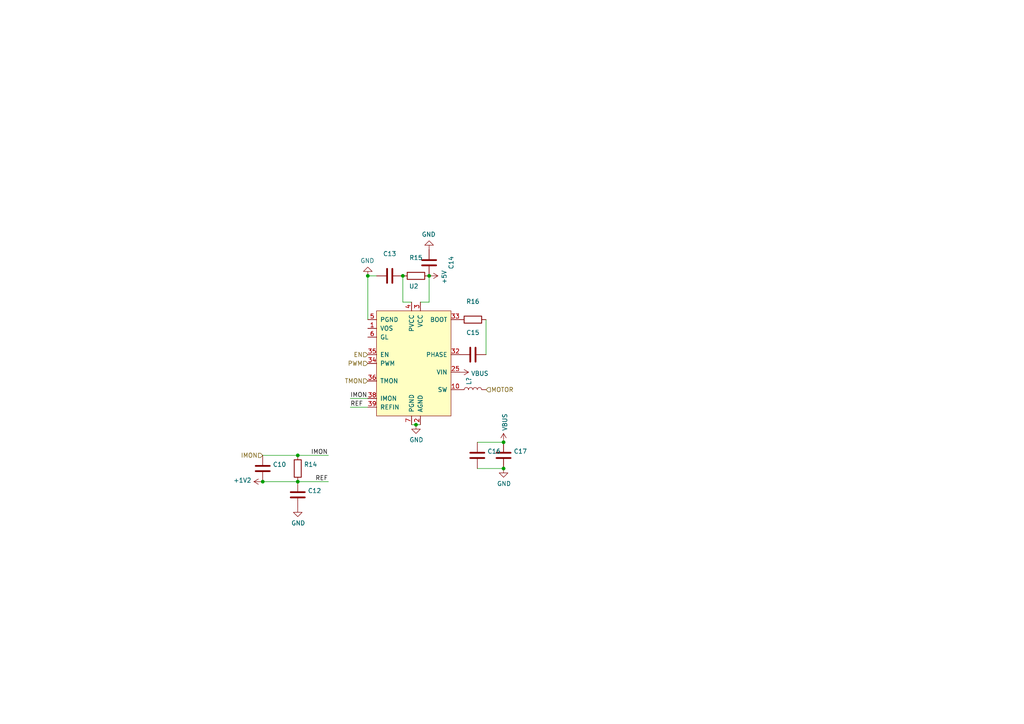
<source format=kicad_sch>
(kicad_sch (version 20211123) (generator eeschema)
  (paper "A4")
  (lib_symbols
    (symbol "Device:C" (pin_numbers hide) (pin_names (offset 0.254))
      (property "Reference" "C" (at 0.635 2.54 0))
      (property "Value" "C" (at 0.635 -2.54 0))
      (symbol "C_0_1"
        (polyline (pts (xy -2.032 -0.762) (xy 2.032 -0.762)) (stroke (width 0.508)))
        (polyline (pts (xy -2.032 0.762) (xy 2.032 0.762)) (stroke (width 0.508)))
      )
      (symbol "C_1_1"
        (pin passive line (at 0 3.81 270) (length 2.794) (name "~") (number "1"))
        (pin passive line (at 0 -3.81 90) (length 2.794) (name "~") (number "2"))
      )
    )
    (symbol "Device:L" (pin_numbers hide) (pin_names (offset 1.016) hide)
      (property "Reference" "L" (at -1.27 0 90))
      (property "Value" "L" (at 1.905 0 90))
      (symbol "L_0_1"
        (arc (start 0 -2.54) (mid 0.635 -1.905) (end 0 -1.27))
        (arc (start 0 -1.27) (mid 0.635 -0.635) (end 0 0))
        (arc (start 0 0) (mid 0.635 0.635) (end 0 1.27))
        (arc (start 0 1.27) (mid 0.635 1.905) (end 0 2.54))
      )
      (symbol "L_1_1"
        (pin passive line (at 0 3.81 270) (length 1.27) (name "1") (number "1"))
        (pin passive line (at 0 -3.81 90) (length 1.27) (name "2") (number "2"))
      )
    )
    (symbol "Device:R" (pin_numbers hide) (pin_names (offset 0))
      (property "Reference" "R" (at 2.032 0 90))
      (property "Value" "R" (at 0 0 90))
      (symbol "R_0_1"
        (rectangle (start -1.016 -2.54) (end 1.016 2.54) (stroke (width 0.254)))
      )
      (symbol "R_1_1"
        (pin passive line (at 0 3.81 270) (length 1.27) (name "~") (number "1"))
        (pin passive line (at 0 -3.81 90) (length 1.27) (name "~") (number "2"))
      )
    )
    (symbol "linear actuator:FDMF3170" (pin_names (offset 1.016))
      (property "Reference" "U" (at 1.27 -25.4 0))
      (property "Value" "FDMF3170" (at 0 22.86 0))
      (symbol "FDMF3170_0_1"
        (rectangle (start -11.43 13.97) (end 10.16 -16.51) (fill (type background)))
      )
      (symbol "FDMF3170_1_1"
        (pin input line (at -13.97 8.89 0) (length 2.54) (name "VOS") (number "1"))
        (pin input line (at 12.7 -8.89 180) (length 2.54) (name "SW") (number "10"))
        (pin input line (at 1.27 -19.05 90) (length 2.54) (name "AGND") (number "2"))
        (pin input line (at 12.7 -3.81 180) (length 2.54) (name "VIN") (number "25"))
        (pin input line (at 1.27 16.51 270) (length 2.54) (name "VCC") (number "3"))
        (pin input line (at 12.7 -3.81 180) (length 2.54) hide (name "VIN") (number "30"))
        (pin input line (at 12.7 1.27 180) (length 2.54) (name "PHASE") (number "32"))
        (pin input line (at 12.7 11.43 180) (length 2.54) (name "BOOT") (number "33"))
        (pin input line (at -13.97 -1.27 0) (length 2.54) (name "PWM") (number "34"))
        (pin input line (at -13.97 1.27 0) (length 2.54) (name "EN") (number "35"))
        (pin input line (at -13.97 -6.35 0) (length 2.54) (name "TMON") (number "36"))
        (pin input line (at -13.97 -11.43 0) (length 2.54) (name "IMON") (number "38"))
        (pin input line (at -13.97 -13.97 0) (length 2.54) (name "REFIN") (number "39"))
        (pin input line (at -1.27 16.51 270) (length 2.54) (name "PVCC") (number "4"))
        (pin input line (at -13.97 11.43 0) (length 2.54) hide (name "PGND") (number "40"))
        (pin input line (at -13.97 11.43 0) (length 2.54) (name "PGND") (number "5"))
        (pin input line (at -13.97 6.35 0) (length 2.54) (name "GL") (number "6"))
        (pin input line (at -1.27 -19.05 90) (length 2.54) (name "PGND") (number "7"))
      )
    )
    (symbol "power:+1V2" (power) (pin_names (offset 0))
      (property "Value" "+1V2" (at 0 3.556 0))
      (symbol "+1V2_0_1"
        (polyline (pts (xy -0.762 1.27) (xy 0 2.54)))
        (polyline (pts (xy 0 0) (xy 0 2.54)))
        (polyline (pts (xy 0 2.54) (xy 0.762 1.27)))
      )
      (symbol "+1V2_1_1"
        (pin power_in line (at 0 0 90) (length 0) hide (name "+1V2") (number "1"))
      )
    )
    (symbol "power:+5V" (power) (pin_names (offset 0))
      (property "Value" "+5V" (at 0 3.556 0))
      (symbol "+5V_0_1"
        (polyline (pts (xy -0.762 1.27) (xy 0 2.54)))
        (polyline (pts (xy 0 0) (xy 0 2.54)))
        (polyline (pts (xy 0 2.54) (xy 0.762 1.27)))
      )
      (symbol "+5V_1_1"
        (pin power_in line (at 0 0 90) (length 0) hide (name "+5V") (number "1"))
      )
    )
    (symbol "power:GND" (power) (pin_names (offset 0))
      (property "Value" "GND" (at 0 -3.81 0))
      (symbol "GND_0_1"
        (polyline (pts (xy 0 0) (xy 0 -1.27) (xy 1.27 -1.27) (xy 0 -2.54) (xy -1.27 -1.27) (xy 0 -1.27)))
      )
      (symbol "GND_1_1"
        (pin power_in line (at 0 0 270) (length 0) hide (name "GND") (number "1"))
      )
    )
    (symbol "power:VBUS" (power) (pin_names (offset 0))
      (property "Value" "VBUS" (at 0 3.81 0))
      (symbol "VBUS_0_1"
        (polyline (pts (xy -0.762 1.27) (xy 0 2.54)))
        (polyline (pts (xy 0 0) (xy 0 2.54)))
        (polyline (pts (xy 0 2.54) (xy 0.762 1.27)))
      )
      (symbol "VBUS_1_1"
        (pin power_in line (at 0 0 90) (length 0) hide (name "VBUS") (number "1"))
      )
    )
  )
  (junction (at 86.36 139.7))
  (junction (at 146.05 128.27))
  (junction (at 124.46 80.01))
  (junction (at 86.36 132.08))
  (junction (at 146.05 135.89))
  (junction (at 106.68 80.01))
  (junction (at 76.2 139.7))
  (junction (at 120.65 123.19))
  (junction (at 116.84 80.01))
  (wire (pts (xy 101.6 118.11) (xy 106.68 118.11)))
  (wire (pts (xy 116.84 80.01) (xy 116.84 87.63)))
  (wire (pts (xy 86.36 132.08) (xy 95.25 132.08)))
  (wire (pts (xy 121.92 123.19) (xy 120.65 123.19)))
  (wire (pts (xy 76.2 139.7) (xy 86.36 139.7)))
  (wire (pts (xy 86.36 139.7) (xy 95.25 139.7)))
  (wire (pts (xy 140.97 92.71) (xy 140.97 102.87)))
  (wire (pts (xy 146.05 135.89) (xy 138.43 135.89)))
  (wire (pts (xy 124.46 87.63) (xy 121.92 87.63)))
  (wire (pts (xy 86.36 132.08) (xy 76.2 132.08)))
  (wire (pts (xy 106.68 92.71) (xy 106.68 80.01)))
  (wire (pts (xy 120.65 123.19) (xy 119.38 123.19)))
  (wire (pts (xy 138.43 128.27) (xy 146.05 128.27)))
  (wire (pts (xy 116.84 87.63) (xy 119.38 87.63)))
  (wire (pts (xy 106.68 80.01) (xy 109.22 80.01)))
  (wire (pts (xy 124.46 80.01) (xy 124.46 87.63)))
  (wire (pts (xy 101.6 115.57) (xy 106.68 115.57)))
  (label "REF" (at 91.44 139.7 0))
  (label "IMON" (at 101.6 115.57 0))
  (label "IMON" (at 90.17 132.08 0))
  (label "REF" (at 101.6 118.11 0))
  (hierarchical_label "IMON" (shape input) (at 76.2 132.08 180))
  (hierarchical_label "TMON" (shape input) (at 106.68 110.49 180))
  (hierarchical_label "MOTOR" (shape input) (at 140.97 113.03 0))
  (hierarchical_label "EN" (shape input) (at 106.68 102.87 180))
  (hierarchical_label "PWM" (shape input) (at 106.68 105.41 180))
  (symbol (lib_id "linear actuator:FDMF3170") (at 120.65 104.14 0) (unit 1)
    (property "Reference" "U2" (at 120.015 83.0326 0))
  )
  (symbol (lib_id "power:GND") (at 106.68 80.01 180) (unit 1)
    (property "Reference" "#PWR040" (effects hide))
  )
  (symbol (lib_id "Device:C") (at 137.16 102.87 270) (unit 1)
    (property "Reference" "C15" (at 137.16 96.4692 90))
  )
  (symbol (lib_id "Device:R") (at 86.36 135.89 0) (unit 1)
    (property "Reference" "R14" (at 88.138 134.7216 0) (effects (justify left)))
  )
  (symbol (lib_id "Device:C") (at 86.36 143.51 0) (unit 1)
    (property "Reference" "C12" (at 89.281 142.3416 0) (effects (justify left)))
  )
  (symbol (lib_id "power:GND") (at 86.36 147.32 0) (unit 1)
    (property "Reference" "#PWR039" (effects hide))
  )
  (symbol (lib_id "Device:C") (at 146.05 132.08 180) (unit 1)
    (property "Reference" "C17" (at 148.971 130.9116 0) (effects (justify right)))
  )
  (symbol (lib_id "power:+1V2") (at 76.2 139.7 90) (unit 1)
    (property "Reference" "#PWR0213" (effects hide))
  )
  (symbol (lib_id "Device:C") (at 76.2 135.89 0) (unit 1)
    (property "Reference" "C10" (at 79.121 134.7216 0) (effects (justify left)))
  )
  (symbol (lib_id "Device:L") (at 137.16 113.03 90) (unit 1)
    (property "Reference" "L?" (at 135.9916 111.6838 0) (effects (justify left)))
  )
  (symbol (lib_id "power:VBUS") (at 133.35 107.95 270) (unit 1)
    (property "Reference" "#PWR044" (effects hide))
  )
  (symbol (lib_id "power:GND") (at 120.65 123.19 0) (unit 1)
    (property "Reference" "#PWR041" (effects hide))
  )
  (symbol (lib_id "Device:C") (at 138.43 132.08 180) (unit 1)
    (property "Reference" "C16" (at 141.351 130.9116 0) (effects (justify right)))
  )
  (symbol (lib_id "power:VBUS") (at 146.05 128.27 0) (unit 1)
    (property "Reference" "#PWR045" (effects hide))
  )
  (symbol (lib_id "power:GND") (at 146.05 135.89 0) (unit 1)
    (property "Reference" "#PWR046" (effects hide))
  )
  (symbol (lib_id "Device:C") (at 124.46 76.2 180) (unit 1)
    (property "Reference" "C14" (at 130.8608 76.2 90))
  )
  (symbol (lib_id "Device:C") (at 113.03 80.01 270) (unit 1)
    (property "Reference" "C13" (at 113.03 73.6092 90))
  )
  (symbol (lib_id "Device:R") (at 120.65 80.01 270) (unit 1)
    (property "Reference" "R15" (at 120.65 74.7522 90))
  )
  (symbol (lib_id "power:+5V") (at 124.46 80.01 270) (unit 1)
    (property "Reference" "#PWR043" (effects hide))
  )
  (symbol (lib_id "Device:R") (at 137.16 92.71 270) (unit 1)
    (property "Reference" "R16" (at 137.16 87.4522 90))
  )
  (symbol (lib_id "power:GND") (at 124.46 72.39 180) (unit 1)
    (property "Reference" "#PWR042" (effects hide))
  )
)
</source>
